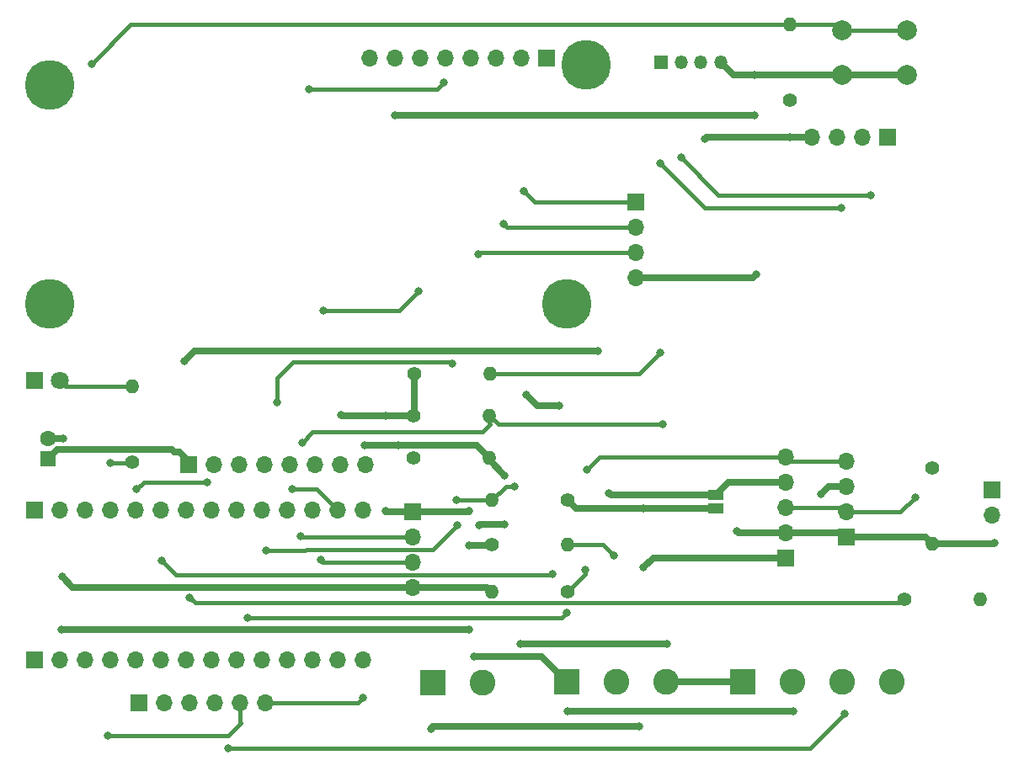
<source format=gbr>
%TF.GenerationSoftware,KiCad,Pcbnew,8.0.6-8.0.6-0~ubuntu24.04.1*%
%TF.CreationDate,2025-03-25T09:16:12-04:00*%
%TF.ProjectId,mesh-depth,6d657368-2d64-4657-9074-682e6b696361,rev?*%
%TF.SameCoordinates,Original*%
%TF.FileFunction,Copper,L2,Bot*%
%TF.FilePolarity,Positive*%
%FSLAX46Y46*%
G04 Gerber Fmt 4.6, Leading zero omitted, Abs format (unit mm)*
G04 Created by KiCad (PCBNEW 8.0.6-8.0.6-0~ubuntu24.04.1) date 2025-03-25 09:16:12*
%MOMM*%
%LPD*%
G01*
G04 APERTURE LIST*
%TA.AperFunction,ComponentPad*%
%ADD10R,2.600000X2.600000*%
%TD*%
%TA.AperFunction,ComponentPad*%
%ADD11C,2.600000*%
%TD*%
%TA.AperFunction,ComponentPad*%
%ADD12O,1.350000X1.350000*%
%TD*%
%TA.AperFunction,ComponentPad*%
%ADD13R,1.350000X1.350000*%
%TD*%
%TA.AperFunction,ComponentPad*%
%ADD14O,1.700000X1.700000*%
%TD*%
%TA.AperFunction,ComponentPad*%
%ADD15R,1.700000X1.700000*%
%TD*%
%TA.AperFunction,ComponentPad*%
%ADD16C,1.400000*%
%TD*%
%TA.AperFunction,ComponentPad*%
%ADD17O,1.400000X1.400000*%
%TD*%
%TA.AperFunction,ComponentPad*%
%ADD18R,1.800000X1.800000*%
%TD*%
%TA.AperFunction,ComponentPad*%
%ADD19C,1.800000*%
%TD*%
%TA.AperFunction,ComponentPad*%
%ADD20C,2.000000*%
%TD*%
%TA.AperFunction,ComponentPad*%
%ADD21R,1.600000X1.600000*%
%TD*%
%TA.AperFunction,ComponentPad*%
%ADD22C,1.600000*%
%TD*%
%TA.AperFunction,ComponentPad*%
%ADD23C,5.000000*%
%TD*%
%TA.AperFunction,SMDPad,CuDef*%
%ADD24R,1.500000X1.000000*%
%TD*%
%TA.AperFunction,ViaPad*%
%ADD25C,0.800000*%
%TD*%
%TA.AperFunction,Conductor*%
%ADD26C,0.400000*%
%TD*%
%TA.AperFunction,Conductor*%
%ADD27C,0.700000*%
%TD*%
G04 APERTURE END LIST*
D10*
%TO.P,J2,1,Pin_1*%
%TO.N,MESH_BAT*%
X45600000Y-65400000D03*
D11*
%TO.P,J2,2,Pin_2*%
%TO.N,GND*%
X50600000Y-65400000D03*
%TD*%
D12*
%TO.P,U2,1,GND*%
%TO.N,GND*%
X74500000Y-3000000D03*
%TO.P,U2,2,VCC*%
%TO.N,+3V3*%
X72500000Y-3000000D03*
%TO.P,U2,3,SDA*%
%TO.N,SDA*%
X70500000Y-3000000D03*
D13*
%TO.P,U2,4,SCL*%
%TO.N,SCL*%
X68500000Y-3000000D03*
%TD*%
D14*
%TO.P,J10,1,Pin_1*%
%TO.N,+3V3*%
X83690000Y-10500000D03*
%TO.P,J10,2,Pin_2*%
%TO.N,GND*%
X86230000Y-10500000D03*
%TO.P,J10,3,Pin_3*%
%TO.N,SCL*%
X88770000Y-10500000D03*
D15*
%TO.P,J10,4,Pin_4*%
%TO.N,SDA*%
X91310000Y-10500000D03*
%TD*%
%TO.P,U1,1,VDD*%
%TO.N,MESH_BAT*%
X81050000Y-52800000D03*
D14*
%TO.P,U1,2,GND*%
%TO.N,GND*%
X81050000Y-50260000D03*
%TO.P,U1,3,DELAY*%
%TO.N,Net-(J3-Pin_2)*%
X81050000Y-47720000D03*
%TO.P,U1,4,DRIVE*%
%TO.N,V_TIMER*%
X81050000Y-45180000D03*
%TO.P,U1,5,DONE*%
%TO.N,DONE*%
X81050000Y-42640000D03*
%TD*%
D16*
%TO.P,R19,1*%
%TO.N,DONE*%
X59120000Y-56250000D03*
D17*
%TO.P,R19,2*%
%TO.N,GND*%
X51500000Y-56250000D03*
%TD*%
D18*
%TO.P,D1,1,K*%
%TO.N,GND*%
X5500000Y-35000000D03*
D19*
%TO.P,D1,2,A*%
%TO.N,Net-(D1-A)*%
X8040000Y-35000000D03*
%TD*%
D16*
%TO.P,R6,1*%
%TO.N,+3V3*%
X51500000Y-51500000D03*
D17*
%TO.P,R6,2*%
%TO.N,ONEWIRE*%
X59120000Y-51500000D03*
%TD*%
D20*
%TO.P,SW1,1,1*%
%TO.N,BUTTON*%
X86750000Y250000D03*
X93250000Y250000D03*
%TO.P,SW1,2,2*%
%TO.N,GND*%
X86750000Y-4250000D03*
X93250000Y-4250000D03*
%TD*%
D10*
%TO.P,J1,1,Pin_1*%
%TO.N,+3V3*%
X59000000Y-65250000D03*
D11*
%TO.P,J1,2,Pin_2*%
%TO.N,ONEWIRE*%
X64000000Y-65250000D03*
%TO.P,J1,3,Pin_3*%
%TO.N,GND*%
X69000000Y-65250000D03*
%TD*%
D21*
%TO.P,C2,1*%
%TO.N,V_TIMER*%
X6900000Y-42800000D03*
D22*
%TO.P,C2,2*%
%TO.N,GND*%
X6900000Y-40800000D03*
%TD*%
D17*
%TO.P,R17,2*%
%TO.N,GND*%
X100620000Y-57000000D03*
D16*
%TO.P,R17,1*%
%TO.N,DEPTH_PULL*%
X93000000Y-57000000D03*
%TD*%
%TO.P,R13,1*%
%TO.N,MESH_BAT*%
X59120000Y-47000000D03*
D17*
%TO.P,R13,2*%
%TO.N,BATT_MEASURE*%
X51500000Y-47000000D03*
%TD*%
D15*
%TO.P,J6,1,Pin_1*%
%TO.N,Net-(J3-Pin_2)*%
X101750000Y-45960000D03*
D14*
%TO.P,J6,2,Pin_2*%
%TO.N,GND*%
X101750000Y-48500000D03*
%TD*%
%TO.P,J3,4,Pin_4*%
%TO.N,DONE*%
X87110000Y-43130000D03*
%TO.P,J3,3,Pin_3*%
%TO.N,+3V3*%
X87110000Y-45670000D03*
%TO.P,J3,2,Pin_2*%
%TO.N,Net-(J3-Pin_2)*%
X87110000Y-48210000D03*
D15*
%TO.P,J3,1,Pin_1*%
%TO.N,GND*%
X87110000Y-50750000D03*
%TD*%
%TO.P,J8,1,Pin_1*%
%TO.N,+3V3*%
X43500000Y-48130000D03*
D14*
%TO.P,J8,2,Pin_2*%
%TO.N,SCL*%
X43500000Y-50670000D03*
%TO.P,J8,3,Pin_3*%
%TO.N,SDA*%
X43500000Y-53210000D03*
%TO.P,J8,4,Pin_4*%
%TO.N,GND*%
X43500000Y-55750000D03*
%TD*%
D16*
%TO.P,R7,1*%
%TO.N,LED*%
X15300000Y-43200000D03*
D17*
%TO.P,R7,2*%
%TO.N,Net-(D1-A)*%
X15300000Y-35580000D03*
%TD*%
D16*
%TO.P,R12,1*%
%TO.N,+3V3*%
X43665000Y-34250000D03*
D17*
%TO.P,R12,2*%
%TO.N,SCL*%
X51285000Y-34250000D03*
%TD*%
D15*
%TO.P,A2,1,RESET*%
%TO.N,unconnected-(A2-RESET-Pad1)*%
X5480000Y-63035000D03*
D14*
%TO.P,A2,2,3V*%
%TO.N,+3V3*%
X8020000Y-63035000D03*
%TO.P,A2,3,EN*%
%TO.N,unconnected-(A2-EN-Pad3)*%
X10560000Y-63035000D03*
%TO.P,A2,4,VHI*%
%TO.N,VHI*%
X13100000Y-63035000D03*
%TO.P,A2,5,A0*%
%TO.N,A0*%
X15640000Y-63035000D03*
%TO.P,A2,6,A1*%
%TO.N,A1*%
X18180000Y-63035000D03*
%TO.P,A2,7,A2*%
%TO.N,A2*%
X20720000Y-63035000D03*
%TO.P,A2,8,A3*%
%TO.N,DEPTH_TX*%
X23260000Y-63035000D03*
%TO.P,A2,9,A4*%
%TO.N,BATT_MEASURE*%
X25800000Y-63035000D03*
%TO.P,A2,10,A5*%
%TO.N,BUTTON*%
X28340000Y-63035000D03*
%TO.P,A2,11,SCK*%
%TO.N,SCK*%
X30880000Y-63035000D03*
%TO.P,A2,12,M0*%
%TO.N,MOSI*%
X33420000Y-63035000D03*
%TO.P,A2,13,MI*%
%TO.N,MISO*%
X35960000Y-63035000D03*
%TO.P,A2,14,D2*%
%TO.N,D2*%
X38500000Y-63035000D03*
%TO.P,A2,15,RX*%
%TO.N,MESH_RX*%
X38530000Y-48000000D03*
%TO.P,A2,16,TX*%
%TO.N,MESH_TX*%
X35990000Y-48000000D03*
%TO.P,A2,17,SDA*%
%TO.N,SDA*%
X33450000Y-48000000D03*
%TO.P,A2,18,SCL*%
%TO.N,SCL*%
X30910000Y-48000000D03*
%TO.P,A2,19,5!*%
%TO.N,unconnected-(A2-5!-Pad19)*%
X28370000Y-48000000D03*
%TO.P,A2,20,7*%
%TO.N,DONE*%
X25830000Y-48000000D03*
%TO.P,A2,21,9*%
%TO.N,D9*%
X23290000Y-48000000D03*
%TO.P,A2,22,10*%
%TO.N,DEPTH_PULL*%
X20750000Y-48000000D03*
%TO.P,A2,23,11*%
%TO.N,ONEWIRE*%
X18210000Y-48000000D03*
%TO.P,A2,24,12*%
%TO.N,D12*%
X15670000Y-48000000D03*
%TO.P,A2,25,13*%
%TO.N,LED*%
X13130000Y-48000000D03*
%TO.P,A2,26,USB*%
%TO.N,unconnected-(A2-USB-Pad26)*%
X10590000Y-48000000D03*
%TO.P,A2,27,GND*%
%TO.N,GND*%
X8050000Y-48000000D03*
D15*
%TO.P,A2,28,BAT*%
%TO.N,V_TIMER*%
X5510000Y-48000000D03*
%TD*%
D16*
%TO.P,R2,1*%
%TO.N,Net-(J3-Pin_2)*%
X95750000Y-43750000D03*
D17*
%TO.P,R2,2*%
%TO.N,GND*%
X95750000Y-51370000D03*
%TD*%
D10*
%TO.P,J7,1,Pin_1*%
%TO.N,GND*%
X76750000Y-65250000D03*
D11*
%TO.P,J7,2,Pin_2*%
%TO.N,+3V3*%
X81750000Y-65250000D03*
%TO.P,J7,3,Pin_3*%
%TO.N,DEPTH_TX*%
X86750000Y-65250000D03*
%TO.P,J7,4,Pin_4*%
%TO.N,DEPTH_PULL*%
X91750000Y-65250000D03*
%TD*%
D16*
%TO.P,R9,1*%
%TO.N,+3V3*%
X43640000Y-38500000D03*
D17*
%TO.P,R9,2*%
%TO.N,SDA*%
X51260000Y-38500000D03*
%TD*%
D15*
%TO.P,U3,1,BAT*%
%TO.N,MESH_BAT*%
X57000000Y-2550000D03*
D14*
%TO.P,U3,2,IO2*%
%TO.N,IO2*%
X54460000Y-2550000D03*
%TO.P,U3,3,IO1*%
%TO.N,IO1*%
X51920000Y-2550000D03*
%TO.P,U3,4,AIN1*%
%TO.N,AIN1*%
X49380000Y-2550000D03*
%TO.P,U3,5,RX1*%
%TO.N,MESH_TX*%
X46840000Y-2550000D03*
%TO.P,U3,6,TX1*%
%TO.N,MESH_RX*%
X44300000Y-2550000D03*
%TO.P,U3,7,GND*%
%TO.N,GND*%
X41760000Y-2550000D03*
%TO.P,U3,8,BOOT0*%
%TO.N,unconnected-(U3-BOOT0-Pad8)*%
X39220000Y-2550000D03*
D23*
%TO.P,U3,9*%
%TO.N,N/C*%
X61000000Y-3250000D03*
X7000000Y-5250000D03*
X59000000Y-27250000D03*
X7000000Y-27250000D03*
%TD*%
D15*
%TO.P,J4,1,Pin_1*%
%TO.N,IO2*%
X66000000Y-17000000D03*
D14*
%TO.P,J4,2,Pin_2*%
%TO.N,IO1*%
X66000000Y-19540000D03*
%TO.P,J4,3,Pin_3*%
%TO.N,AIN1*%
X66000000Y-22080000D03*
%TO.P,J4,4,Pin_4*%
%TO.N,GND*%
X66000000Y-24620000D03*
%TD*%
D16*
%TO.P,R4,1*%
%TO.N,+3V3*%
X81500000Y-6810000D03*
D17*
%TO.P,R4,2*%
%TO.N,BUTTON*%
X81500000Y810000D03*
%TD*%
D15*
%TO.P,J5,1,Pin_1*%
%TO.N,A0*%
X16000000Y-67400000D03*
D14*
%TO.P,J5,2,Pin_2*%
%TO.N,A1*%
X18540000Y-67400000D03*
%TO.P,J5,3,Pin_3*%
%TO.N,A2*%
X21080000Y-67400000D03*
%TO.P,J5,4,Pin_4*%
%TO.N,DEPTH_TX*%
X23620000Y-67400000D03*
%TO.P,J5,5,Pin_5*%
%TO.N,BUTTON*%
X26160000Y-67400000D03*
%TO.P,J5,6,Pin_6*%
%TO.N,D2*%
X28700000Y-67400000D03*
%TD*%
D15*
%TO.P,J9,1,Pin_1*%
%TO.N,V_TIMER*%
X20970000Y-43465000D03*
D14*
%TO.P,J9,2,Pin_2*%
%TO.N,D12*%
X23510000Y-43465000D03*
%TO.P,J9,3,Pin_3*%
%TO.N,D9*%
X26050000Y-43465000D03*
%TO.P,J9,4,Pin_4*%
%TO.N,DONE*%
X28590000Y-43465000D03*
%TO.P,J9,5,Pin_5*%
%TO.N,MESH_TX*%
X31130000Y-43465000D03*
%TO.P,J9,6,Pin_6*%
%TO.N,MESH_RX*%
X33670000Y-43465000D03*
%TO.P,J9,7,Pin_7*%
%TO.N,+3V3*%
X36210000Y-43465000D03*
%TO.P,J9,8,Pin_8*%
%TO.N,GND*%
X38750000Y-43465000D03*
%TD*%
D16*
%TO.P,R15,1*%
%TO.N,BATT_MEASURE*%
X43630000Y-42750000D03*
D17*
%TO.P,R15,2*%
%TO.N,GND*%
X51250000Y-42750000D03*
%TD*%
D24*
%TO.P,JP1,1,A*%
%TO.N,MESH_BAT*%
X74000000Y-47800000D03*
%TO.P,JP1,2,B*%
%TO.N,V_TIMER*%
X74000000Y-46500000D03*
%TD*%
D25*
%TO.N,BATT_MEASURE*%
X53800000Y-45600000D03*
%TO.N,SCL*%
X86600000Y-17600000D03*
X68400000Y-13100000D03*
%TO.N,GND*%
X8300000Y-54700000D03*
%TO.N,SDA*%
X89600000Y-16300000D03*
X70500000Y-12500000D03*
%TO.N,SCL*%
X68400000Y-32200000D03*
%TO.N,IO2*%
X54700000Y-15900000D03*
%TO.N,IO1*%
X52700000Y-19200000D03*
%TO.N,AIN1*%
X50100000Y-22300000D03*
%TO.N,ONEWIRE*%
X18300000Y-53100000D03*
%TO.N,BATT_MEASURE*%
X28800000Y-52100000D03*
%TO.N,ONEWIRE*%
X57600000Y-54400000D03*
%TO.N,MESH_TX*%
X31400000Y-45900000D03*
%TO.N,SDA*%
X32400000Y-41200000D03*
%TO.N,SCL*%
X29900000Y-37200000D03*
X47500000Y-33300000D03*
%TO.N,ONEWIRE*%
X63800000Y-52600000D03*
%TO.N,+3V3*%
X49700000Y-62700000D03*
%TO.N,Net-(J3-Pin_2)*%
X94100000Y-46700000D03*
%TO.N,+3V3*%
X84600000Y-46400000D03*
%TO.N,DEPTH_TX*%
X87000000Y-68500000D03*
X25000000Y-72000000D03*
%TO.N,D2*%
X38500000Y-66900000D03*
%TO.N,BUTTON*%
X11300000Y-3100000D03*
X12900000Y-70700000D03*
%TO.N,BATT_MEASURE*%
X48000000Y-49500000D03*
X47900000Y-47000000D03*
%TO.N,MESH_BAT*%
X55000000Y-36400000D03*
X58300000Y-37500000D03*
%TO.N,GND*%
X52800000Y-44500000D03*
X50200000Y-49500000D03*
X52800000Y-49400000D03*
%TO.N,SDA*%
X68700000Y-39400000D03*
%TO.N,MESH_RX*%
X34600000Y-27900000D03*
X44100000Y-26000000D03*
%TO.N,MESH_TX*%
X46700000Y-5000000D03*
X33100000Y-5700000D03*
%TO.N,DEPTH_PULL*%
X21100000Y-56800000D03*
%TO.N,DONE*%
X59000000Y-58300000D03*
X26900000Y-58800000D03*
X60900000Y-54000000D03*
X61100000Y-43900000D03*
%TO.N,V_TIMER*%
X20600000Y-33000000D03*
X62200000Y-32000000D03*
X63300000Y-46300000D03*
%TO.N,SDA*%
X34300000Y-53000000D03*
%TO.N,SCL*%
X32300000Y-50600000D03*
%TO.N,GND*%
X42100000Y-41500000D03*
%TO.N,+3V3*%
X40800000Y-48100000D03*
X40800000Y-38500000D03*
%TO.N,D12*%
X15800000Y-45900000D03*
X22900000Y-45200000D03*
%TO.N,LED*%
X13100000Y-43300000D03*
%TO.N,+3V3*%
X49200000Y-60000000D03*
X8200000Y-60000000D03*
X49200000Y-51600000D03*
X49200000Y-48100000D03*
%TO.N,GND*%
X8400000Y-40800000D03*
X78100000Y-24300000D03*
X77900000Y-8300000D03*
X41760000Y-8300000D03*
X77900000Y-4250000D03*
%TO.N,+3V3*%
X81500000Y-10500000D03*
X72900000Y-10700000D03*
%TO.N,GND*%
X38700000Y-41500000D03*
%TO.N,+3V3*%
X36300000Y-38400000D03*
%TO.N,GND*%
X102000000Y-51300000D03*
%TO.N,+3V3*%
X81800000Y-68200000D03*
X59100000Y-68200000D03*
%TO.N,GND*%
X76100000Y-50100000D03*
X69100000Y-61500000D03*
X54400000Y-61500000D03*
%TO.N,MESH_BAT*%
X66750000Y-53800000D03*
X45400000Y-70000000D03*
X66300000Y-69800000D03*
X66750000Y-47800000D03*
%TD*%
D26*
%TO.N,BATT_MEASURE*%
X53800000Y-45600000D02*
X52900000Y-45600000D01*
X52900000Y-45600000D02*
X51500000Y-47000000D01*
%TO.N,SCL*%
X72900000Y-17600000D02*
X68400000Y-13100000D01*
X86600000Y-17600000D02*
X72900000Y-17600000D01*
%TO.N,BUTTON*%
X86750000Y250000D02*
X93250000Y250000D01*
X81500000Y810000D02*
X86190000Y810000D01*
X86190000Y810000D02*
X86750000Y250000D01*
D27*
%TO.N,GND*%
X9350000Y-55750000D02*
X8300000Y-54700000D01*
X43500000Y-55750000D02*
X9350000Y-55750000D01*
D26*
%TO.N,SDA*%
X89600000Y-16300000D02*
X74300000Y-16300000D01*
X74300000Y-16300000D02*
X70500000Y-12500000D01*
%TO.N,SCL*%
X66350000Y-34250000D02*
X68400000Y-32200000D01*
X51285000Y-34250000D02*
X66350000Y-34250000D01*
%TO.N,IO2*%
X55800000Y-17000000D02*
X54700000Y-15900000D01*
X66000000Y-17000000D02*
X55800000Y-17000000D01*
%TO.N,IO1*%
X52700000Y-19200000D02*
X53040000Y-19540000D01*
X53040000Y-19540000D02*
X66000000Y-19540000D01*
%TO.N,AIN1*%
X50100000Y-22300000D02*
X50320000Y-22080000D01*
X50320000Y-22080000D02*
X66000000Y-22080000D01*
%TO.N,ONEWIRE*%
X19700000Y-54500000D02*
X18300000Y-53100000D01*
X35500000Y-54500000D02*
X19700000Y-54500000D01*
%TO.N,BATT_MEASURE*%
X28800000Y-52100000D02*
X32700000Y-52100000D01*
X32700000Y-52100000D02*
X32840000Y-51960000D01*
%TO.N,ONEWIRE*%
X57600000Y-54400000D02*
X57500000Y-54500000D01*
X57500000Y-54500000D02*
X35500000Y-54500000D01*
%TO.N,MESH_TX*%
X31400000Y-45900000D02*
X33890000Y-45900000D01*
X33890000Y-45900000D02*
X35990000Y-48000000D01*
%TO.N,SDA*%
X33500000Y-40100000D02*
X50600000Y-40100000D01*
X50600000Y-40100000D02*
X51300000Y-39400000D01*
X51300000Y-39400000D02*
X51260000Y-39360000D01*
X32400000Y-41200000D02*
X33500000Y-40100000D01*
X51260000Y-39360000D02*
X51260000Y-38500000D01*
%TO.N,SCL*%
X31500000Y-33100000D02*
X47300000Y-33100000D01*
X29900000Y-37200000D02*
X29900000Y-34700000D01*
X29900000Y-34700000D02*
X31500000Y-33100000D01*
X47300000Y-33100000D02*
X47500000Y-33300000D01*
%TO.N,ONEWIRE*%
X62700000Y-51500000D02*
X63800000Y-52600000D01*
X59120000Y-51500000D02*
X62700000Y-51500000D01*
D27*
%TO.N,+3V3*%
X56450000Y-62700000D02*
X59000000Y-65250000D01*
X49700000Y-62700000D02*
X56450000Y-62700000D01*
D26*
%TO.N,Net-(J3-Pin_2)*%
X92590000Y-48210000D02*
X94100000Y-46700000D01*
X87110000Y-48210000D02*
X92590000Y-48210000D01*
X81050000Y-47720000D02*
X86620000Y-47720000D01*
X86620000Y-47720000D02*
X87110000Y-48210000D01*
%TO.N,DONE*%
X87110000Y-43130000D02*
X81540000Y-43130000D01*
X81540000Y-43130000D02*
X81050000Y-42640000D01*
D27*
%TO.N,+3V3*%
X85330000Y-45670000D02*
X84600000Y-46400000D01*
X87110000Y-45670000D02*
X85330000Y-45670000D01*
D26*
%TO.N,DEPTH_TX*%
X25000000Y-72000000D02*
X83500000Y-72000000D01*
X83500000Y-72000000D02*
X87000000Y-68500000D01*
%TO.N,D2*%
X38000000Y-67400000D02*
X38500000Y-66900000D01*
X28700000Y-67400000D02*
X38000000Y-67400000D01*
%TO.N,BUTTON*%
X25000000Y-70700000D02*
X26300000Y-69400000D01*
X12900000Y-70700000D02*
X25000000Y-70700000D01*
X15210000Y810000D02*
X11300000Y-3100000D01*
X81500000Y810000D02*
X15210000Y810000D01*
X26160000Y-69260000D02*
X26160000Y-67400000D01*
X26300000Y-69400000D02*
X26160000Y-69260000D01*
%TO.N,BATT_MEASURE*%
X32840000Y-51960000D02*
X45540000Y-51960000D01*
X45540000Y-51960000D02*
X48000000Y-49500000D01*
D27*
%TO.N,MESH_BAT*%
X56100000Y-37500000D02*
X55000000Y-36400000D01*
X58300000Y-37500000D02*
X56100000Y-37500000D01*
%TO.N,GND*%
X50300000Y-49400000D02*
X50200000Y-49500000D01*
X51250000Y-42950000D02*
X52800000Y-44500000D01*
X52800000Y-49400000D02*
X50300000Y-49400000D01*
X51250000Y-42750000D02*
X51250000Y-42950000D01*
D26*
%TO.N,BATT_MEASURE*%
X47900000Y-47000000D02*
X51500000Y-47000000D01*
%TO.N,SDA*%
X68700000Y-39400000D02*
X52160000Y-39400000D01*
X52160000Y-39400000D02*
X51260000Y-38500000D01*
%TO.N,MESH_RX*%
X42200000Y-27900000D02*
X34600000Y-27900000D01*
X44100000Y-26000000D02*
X42200000Y-27900000D01*
%TO.N,MESH_TX*%
X46000000Y-5700000D02*
X46700000Y-5000000D01*
X33100000Y-5700000D02*
X46000000Y-5700000D01*
%TO.N,DEPTH_PULL*%
X21650000Y-57350000D02*
X21100000Y-56800000D01*
X92650000Y-57350000D02*
X21650000Y-57350000D01*
X93000000Y-57000000D02*
X92650000Y-57350000D01*
%TO.N,DONE*%
X58500000Y-58800000D02*
X59000000Y-58300000D01*
X26900000Y-58800000D02*
X58500000Y-58800000D01*
X81050000Y-42640000D02*
X62360000Y-42640000D01*
X62360000Y-42640000D02*
X61100000Y-43900000D01*
X60900000Y-54000000D02*
X60900000Y-54470000D01*
X60900000Y-54470000D02*
X59120000Y-56250000D01*
D27*
%TO.N,V_TIMER*%
X74000000Y-46500000D02*
X63500000Y-46500000D01*
X63500000Y-46500000D02*
X63300000Y-46300000D01*
X62200000Y-32000000D02*
X21600000Y-32000000D01*
X21600000Y-32000000D02*
X20600000Y-33000000D01*
D26*
%TO.N,SDA*%
X34300000Y-53000000D02*
X34510000Y-53210000D01*
X34510000Y-53210000D02*
X43500000Y-53210000D01*
%TO.N,SCL*%
X32300000Y-50600000D02*
X32370000Y-50670000D01*
X32370000Y-50670000D02*
X43500000Y-50670000D01*
D27*
%TO.N,GND*%
X38700000Y-41500000D02*
X50000000Y-41500000D01*
X50000000Y-41500000D02*
X51250000Y-42750000D01*
%TO.N,+3V3*%
X40830000Y-48130000D02*
X40800000Y-48100000D01*
X36400000Y-38500000D02*
X40800000Y-38500000D01*
X43500000Y-48130000D02*
X40830000Y-48130000D01*
X40800000Y-38500000D02*
X43640000Y-38500000D01*
D26*
%TO.N,D12*%
X16500000Y-45200000D02*
X15800000Y-45900000D01*
X22900000Y-45200000D02*
X16500000Y-45200000D01*
%TO.N,Net-(D1-A)*%
X15300000Y-35580000D02*
X8620000Y-35580000D01*
X8620000Y-35580000D02*
X8040000Y-35000000D01*
%TO.N,LED*%
X13100000Y-43300000D02*
X15200000Y-43300000D01*
X15200000Y-43300000D02*
X15300000Y-43200000D01*
D27*
%TO.N,+3V3*%
X8200000Y-60000000D02*
X49200000Y-60000000D01*
%TO.N,V_TIMER*%
X81050000Y-45180000D02*
X75320000Y-45180000D01*
X75320000Y-45180000D02*
X74000000Y-46500000D01*
%TO.N,+3V3*%
X43500000Y-48130000D02*
X49170000Y-48130000D01*
X49170000Y-48130000D02*
X49200000Y-48100000D01*
X49200000Y-51600000D02*
X51400000Y-51600000D01*
X51400000Y-51600000D02*
X51500000Y-51500000D01*
%TO.N,GND*%
X8400000Y-40800000D02*
X6900000Y-40800000D01*
%TO.N,V_TIMER*%
X20970000Y-43465000D02*
X20970000Y-43070000D01*
X20970000Y-43070000D02*
X20100000Y-42200000D01*
X19300000Y-41900000D02*
X7800000Y-41900000D01*
X20100000Y-42200000D02*
X19600000Y-42200000D01*
X19600000Y-42200000D02*
X19300000Y-41900000D01*
X7800000Y-41900000D02*
X6900000Y-42800000D01*
%TO.N,GND*%
X77780000Y-24620000D02*
X78100000Y-24300000D01*
X66000000Y-24620000D02*
X77780000Y-24620000D01*
X77900000Y-8300000D02*
X41760000Y-8300000D01*
X74500000Y-3000000D02*
X75750000Y-4250000D01*
X75750000Y-4250000D02*
X86750000Y-4250000D01*
X86750000Y-4250000D02*
X93250000Y-4250000D01*
%TO.N,+3V3*%
X73100000Y-10500000D02*
X81500000Y-10500000D01*
X81500000Y-10500000D02*
X83690000Y-10500000D01*
X72900000Y-10700000D02*
X73100000Y-10500000D01*
X43665000Y-34250000D02*
X43665000Y-38475000D01*
X43665000Y-38475000D02*
X43640000Y-38500000D01*
X36300000Y-38400000D02*
X36400000Y-38500000D01*
%TO.N,GND*%
X43500000Y-55750000D02*
X51000000Y-55750000D01*
X51000000Y-55750000D02*
X51500000Y-56250000D01*
X101930000Y-51370000D02*
X102000000Y-51300000D01*
X95750000Y-51370000D02*
X101930000Y-51370000D01*
X87110000Y-50750000D02*
X95130000Y-50750000D01*
X95130000Y-50750000D02*
X95750000Y-51370000D01*
%TO.N,+3V3*%
X59100000Y-68200000D02*
X81800000Y-68200000D01*
%TO.N,GND*%
X81050000Y-50260000D02*
X86620000Y-50260000D01*
X86620000Y-50260000D02*
X87110000Y-50750000D01*
X76260000Y-50260000D02*
X76100000Y-50100000D01*
X81050000Y-50260000D02*
X76260000Y-50260000D01*
X69000000Y-65250000D02*
X76750000Y-65250000D01*
X54400000Y-61500000D02*
X69100000Y-61500000D01*
%TO.N,MESH_BAT*%
X66750000Y-53800000D02*
X67750000Y-52800000D01*
X67750000Y-52800000D02*
X81050000Y-52800000D01*
X45600000Y-69800000D02*
X45400000Y-70000000D01*
X66300000Y-69800000D02*
X45600000Y-69800000D01*
X66750000Y-47800000D02*
X74000000Y-47800000D01*
X59120000Y-47000000D02*
X59920000Y-47800000D01*
X59920000Y-47800000D02*
X66750000Y-47800000D01*
%TD*%
M02*

</source>
